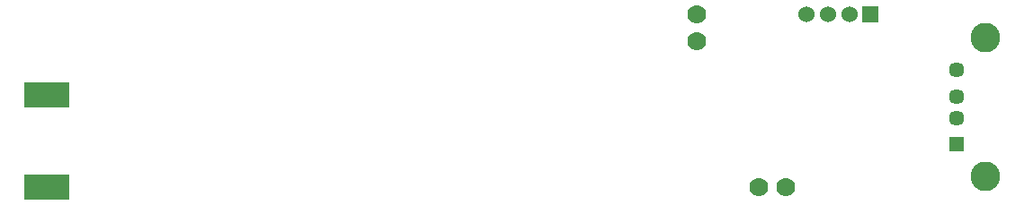
<source format=gbr>
%TF.GenerationSoftware,Altium Limited,Altium Designer,23.11.1 (41)*%
G04 Layer_Color=255*
%FSLAX45Y45*%
%MOMM*%
%TF.SameCoordinates,5A3C93BB-BC46-40EA-83D2-B686983C8B64*%
%TF.FilePolarity,Positive*%
%TF.FileFunction,Pads,Bot*%
%TF.Part,Single*%
G01*
G75*
%TA.AperFunction,ComponentPad*%
%ADD62C,1.77800*%
%ADD63C,2.80000*%
%ADD64C,1.45000*%
%ADD65R,1.45000X1.45000*%
%ADD66C,1.52400*%
%ADD67R,1.52400X1.52400*%
%ADD68R,4.20000X2.41300*%
D62*
X6362500Y5302500D02*
D03*
Y5048500D02*
D03*
X7202500Y3662500D02*
D03*
X6948500D02*
D03*
D63*
X9081000Y5077000D02*
D03*
Y3763000D02*
D03*
D64*
X8810000Y4520001D02*
D03*
Y4320000D02*
D03*
Y4770000D02*
D03*
D65*
Y4070000D02*
D03*
D66*
X7800000Y5295000D02*
D03*
X7400000D02*
D03*
X7600000D02*
D03*
D67*
X8000000D02*
D03*
D68*
X242500Y3662000D02*
D03*
Y4538000D02*
D03*
%TF.MD5,4e7716a631c210849e945f16a3a8121e*%
M02*

</source>
